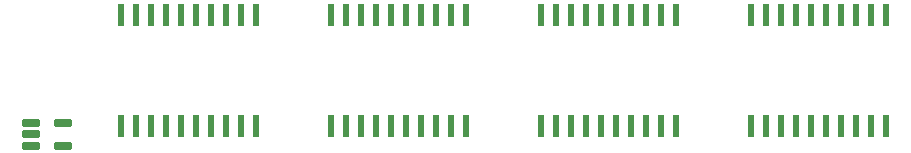
<source format=gbr>
%TF.GenerationSoftware,KiCad,Pcbnew,8.0.5*%
%TF.CreationDate,2025-08-25T13:08:50+09:00*%
%TF.ProjectId,TangConsoleDCJ11MEM,54616e67-436f-46e7-936f-6c6544434a31,rev?*%
%TF.SameCoordinates,Original*%
%TF.FileFunction,Paste,Top*%
%TF.FilePolarity,Positive*%
%FSLAX46Y46*%
G04 Gerber Fmt 4.6, Leading zero omitted, Abs format (unit mm)*
G04 Created by KiCad (PCBNEW 8.0.5) date 2025-08-25 13:08:50*
%MOMM*%
%LPD*%
G01*
G04 APERTURE LIST*
G04 Aperture macros list*
%AMRoundRect*
0 Rectangle with rounded corners*
0 $1 Rounding radius*
0 $2 $3 $4 $5 $6 $7 $8 $9 X,Y pos of 4 corners*
0 Add a 4 corners polygon primitive as box body*
4,1,4,$2,$3,$4,$5,$6,$7,$8,$9,$2,$3,0*
0 Add four circle primitives for the rounded corners*
1,1,$1+$1,$2,$3*
1,1,$1+$1,$4,$5*
1,1,$1+$1,$6,$7*
1,1,$1+$1,$8,$9*
0 Add four rect primitives between the rounded corners*
20,1,$1+$1,$2,$3,$4,$5,0*
20,1,$1+$1,$4,$5,$6,$7,0*
20,1,$1+$1,$6,$7,$8,$9,0*
20,1,$1+$1,$8,$9,$2,$3,0*%
G04 Aperture macros list end*
%ADD10R,0.558800X1.981200*%
%ADD11RoundRect,0.162500X-0.617500X-0.162500X0.617500X-0.162500X0.617500X0.162500X-0.617500X0.162500X0*%
G04 APERTURE END LIST*
D10*
%TO.C,U5*%
X66040000Y-27546300D03*
X67310000Y-27546300D03*
X68580000Y-27546300D03*
X69850000Y-27546300D03*
X71120000Y-27546300D03*
X72390000Y-27546300D03*
X73660000Y-27546300D03*
X74930000Y-27546300D03*
X76200000Y-27546300D03*
X77470000Y-27546300D03*
X77470000Y-18173700D03*
X76200000Y-18173700D03*
X74930000Y-18173700D03*
X73660000Y-18173700D03*
X72390000Y-18173700D03*
X71120000Y-18173700D03*
X69850000Y-18173700D03*
X68580000Y-18173700D03*
X67310000Y-18173700D03*
X66040000Y-18173700D03*
%TD*%
D11*
%TO.C,U6*%
X5080000Y-27310000D03*
X5080000Y-28260000D03*
X5080000Y-29210000D03*
X7780000Y-29210000D03*
X7780000Y-27310000D03*
%TD*%
D10*
%TO.C,U3*%
X30480000Y-27546300D03*
X31750000Y-27546300D03*
X33020000Y-27546300D03*
X34290000Y-27546300D03*
X35560000Y-27546300D03*
X36830000Y-27546300D03*
X38100000Y-27546300D03*
X39370000Y-27546300D03*
X40640000Y-27546300D03*
X41910000Y-27546300D03*
X41910000Y-18173700D03*
X40640000Y-18173700D03*
X39370000Y-18173700D03*
X38100000Y-18173700D03*
X36830000Y-18173700D03*
X35560000Y-18173700D03*
X34290000Y-18173700D03*
X33020000Y-18173700D03*
X31750000Y-18173700D03*
X30480000Y-18173700D03*
%TD*%
%TO.C,U4*%
X48260000Y-27546300D03*
X49530000Y-27546300D03*
X50800000Y-27546300D03*
X52070000Y-27546300D03*
X53340000Y-27546300D03*
X54610000Y-27546300D03*
X55880000Y-27546300D03*
X57150000Y-27546300D03*
X58420000Y-27546300D03*
X59690000Y-27546300D03*
X59690000Y-18173700D03*
X58420000Y-18173700D03*
X57150000Y-18173700D03*
X55880000Y-18173700D03*
X54610000Y-18173700D03*
X53340000Y-18173700D03*
X52070000Y-18173700D03*
X50800000Y-18173700D03*
X49530000Y-18173700D03*
X48260000Y-18173700D03*
%TD*%
%TO.C,U2*%
X12700000Y-27546300D03*
X13970000Y-27546300D03*
X15240000Y-27546300D03*
X16510000Y-27546300D03*
X17780000Y-27546300D03*
X19050000Y-27546300D03*
X20320000Y-27546300D03*
X21590000Y-27546300D03*
X22860000Y-27546300D03*
X24130000Y-27546300D03*
X24130000Y-18173700D03*
X22860000Y-18173700D03*
X21590000Y-18173700D03*
X20320000Y-18173700D03*
X19050000Y-18173700D03*
X17780000Y-18173700D03*
X16510000Y-18173700D03*
X15240000Y-18173700D03*
X13970000Y-18173700D03*
X12700000Y-18173700D03*
%TD*%
M02*

</source>
